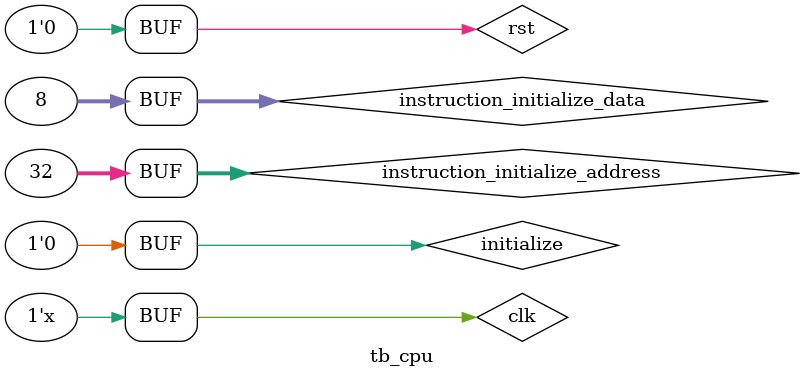
<source format=v>
`timescale 1ns / 1ns


module tb_cpu;

	// Inputs
	reg rst;
	reg clk;
	reg initialize;
	reg [31:0] instruction_initialize_data;
	reg [31:0] instruction_initialize_address;

	// Instantiate the Unit Under Test (UUT)
	cpu uut (
		.rst(rst), 
		.clk(clk), 
		.initialize(initialize), 
		.instruction_initialize_data(instruction_initialize_data), 
		.instruction_initialize_address(instruction_initialize_address)
	);

	initial begin
		// Initialize Inputs
		rst = 1;
		clk = 0;
		initialize = 1;
		instruction_initialize_data = 0;
		instruction_initialize_address = 0;

		#100;
      
//		instruction_initialize_address = 0;
//		instruction_initialize_data = 32'b000000_00000_00010_00001_00000_10_0000;      // ADD R1, R0, R2
//		#20;
//		instruction_initialize_address = 4;
//		instruction_initialize_data = 32'b000000_00100_00100_01000_00000_10_0010;      // SUB R8, R4, R4
//		#20;
//		instruction_initialize_address = 8;
//		instruction_initialize_data = 32'b000000_00101_00110_00111_00000_10_0101;      // OR R7, R5, R6
//		#20;
//		instruction_initialize_address = 12;
//		instruction_initialize_data = 32'b101011_00000_01001_00000_00000_00_1100;      // SW R9, 12(R0)
//		#20;
//		instruction_initialize_address = 16;
//		instruction_initialize_data = 32'b100011_00000_01100_00000_00000_00_1100;      // LW R12, 12(R0)
//		#20	
//      instruction_initialize_address = 20;
//		instruction_initialize_data = 32'b000100_00000_00000_11111_11111_11_1111;      // BEQ R0, R0, -1
//		#20;

		//New instrusctions
		instruction_initialize_address = 0;
		instruction_initialize_data = 32'b00_1000_00000_00001_0000000000000001;   //ADDI R1, R0, 1
		#20;
		
		instruction_initialize_address = 4;
		instruction_initialize_data = 32'b00_1100_00000_00001_0000000000000001;   //ANDI R1, R0, 1
		#20;
		
		instruction_initialize_address = 8;
		instruction_initialize_data = 32'b00_1101_00000_00001_0000000000000001;   //ORI R1, R0, 1
		#20;
		
		instruction_initialize_address = 12;
		instruction_initialize_data = 32'b00_0001_00001_00000_0000000000000001;   //SUBI R0, R1, 1
		#20;
		
		instruction_initialize_address = 16;
		instruction_initialize_data = 32'b00_1010_00000_00001_0000000000000001;   //SLTI R1, R0, 1
		#20;

        instruction_initialize_address = 20;
		instruction_initialize_data = 32'b00_0010_00000_00000_0000000000000110;   //J 6
		#20;
		
		instruction_initialize_address = 24;
		instruction_initialize_data = 32'b00_1111_00000_00000_0000000000000001;   //LUI R0, 1
		#20;
		
		instruction_initialize_address = 28;
		instruction_initialize_data = 32'b00_0011_00000_00001_0000000000000000;   //BNE R0, R1, 0
		#20;
		
		instruction_initialize_address = 32;
		instruction_initialize_data = 32'b00_0000_00000_00000_0000000000001000;   //JR 0(R0)
		#20;
        
        
		
		
		
		initialize = 0;
		rst = 0;
		
	end
      
always
#5 clk = ~clk;
endmodule


</source>
